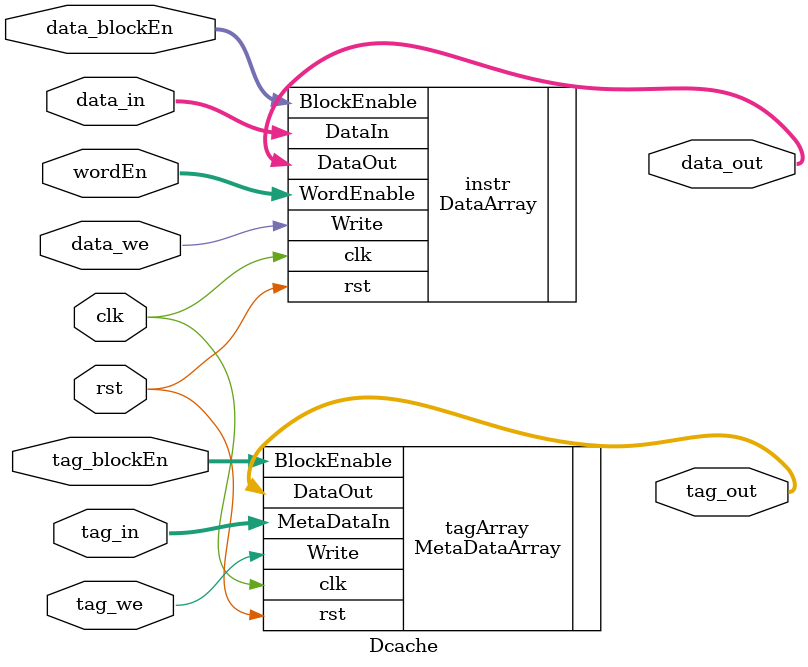
<source format=v>
module Dcache(clk, rst, data_in, data_we, data_blockEn, wordEn, data_out, tag_in, tag_we, tag_blockEn, tag_out);
input clk, rst;    
input [15:0] data_in; // data to be stored in data array
input [127:0] data_blockEn; // block number in dataArray
input [7:0] wordEn;	//word in the data array
output [15:0] data_out; //data returned by memory (afterdelay 
input data_we, tag_we; // write enables for data and tag array
input [7:0] tag_in;	//tag to be stored in tag array
input [127:0] tag_blockEn;	//block number in tagArray
output [7:0] tag_out;	// tag stored at the given location in cache

DataArray instr(.clk(clk), .rst(rst), .DataIn(data_in), .Write(data_we), .BlockEnable(data_blockEn), .WordEnable(wordEn), .DataOut(data_out));
MetaDataArray tagArray(.clk(clk), .rst(rst), .MetaDataIn(tag_in),.Write(tag_we), .BlockEnable(tag_blockEn), .DataOut(tag_out));
endmodule

</source>
